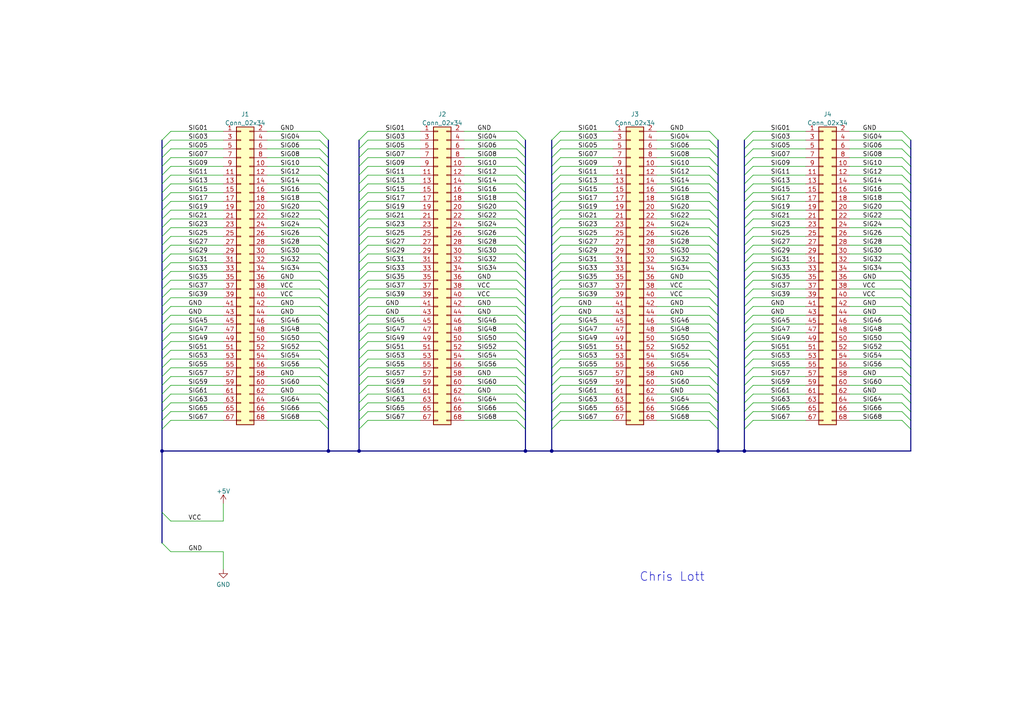
<source format=kicad_sch>
(kicad_sch (version 20211123) (generator eeschema)
  (paper "A4")
  (title_block (title "\\n\\nClover Computer\\nMotherboard\\nExplorations") (date "2022-08-21") (rev "-") (company "The Stumbler") (comment 2 "Schematic"))
  (junction (at 160.02 130.81))
  (junction (at 95.25 130.81))
  (junction (at 152.4 130.81))
  (junction (at 208.28 130.81))
  (junction (at 215.9 130.81))
  (junction (at 46.99 130.81))
  (junction (at 104.14 130.81))
  (bus_entry (at 152.4 116.84) (size -2.54 -2.54))
  (bus_entry (at 152.4 124.46) (size -2.54 -2.54))
  (bus_entry (at 46.99 50.8) (size 2.54 -2.54))
  (bus_entry (at 160.02 68.58) (size 2.54 -2.54))
  (bus_entry (at 152.4 121.92) (size -2.54 -2.54))
  (bus_entry (at 152.4 73.66) (size -2.54 -2.54))
  (bus_entry (at 160.02 58.42) (size 2.54 -2.54))
  (bus_entry (at 215.9 99.06) (size 2.54 -2.54))
  (bus_entry (at 264.16 48.26) (size -2.54 -2.54))
  (bus_entry (at 46.99 157.48) (size 2.54 2.54))
  (bus_entry (at 264.16 76.2) (size -2.54 -2.54))
  (bus_entry (at 95.25 58.42) (size -2.54 -2.54))
  (bus_entry (at 208.28 96.52) (size -2.54 -2.54))
  (bus_entry (at 95.25 93.98) (size -2.54 -2.54))
  (bus_entry (at 152.4 78.74) (size -2.54 -2.54))
  (bus_entry (at 160.02 99.06) (size 2.54 -2.54))
  (bus_entry (at 215.9 43.18) (size 2.54 -2.54))
  (bus_entry (at 46.99 78.74) (size 2.54 -2.54))
  (bus_entry (at 215.9 78.74) (size 2.54 -2.54))
  (bus_entry (at 46.99 91.44) (size 2.54 -2.54))
  (bus_entry (at 264.16 53.34) (size -2.54 -2.54))
  (bus_entry (at 215.9 106.68) (size 2.54 -2.54))
  (bus_entry (at 264.16 45.72) (size -2.54 -2.54))
  (bus_entry (at 160.02 101.6) (size 2.54 -2.54))
  (bus_entry (at 46.99 109.22) (size 2.54 -2.54))
  (bus_entry (at 264.16 73.66) (size -2.54 -2.54))
  (bus_entry (at 104.14 96.52) (size 2.54 -2.54))
  (bus_entry (at 104.14 53.34) (size 2.54 -2.54))
  (bus_entry (at 95.25 73.66) (size -2.54 -2.54))
  (bus_entry (at 152.4 111.76) (size -2.54 -2.54))
  (bus_entry (at 152.4 63.5) (size -2.54 -2.54))
  (bus_entry (at 215.9 81.28) (size 2.54 -2.54))
  (bus_entry (at 264.16 71.12) (size -2.54 -2.54))
  (bus_entry (at 152.4 66.04) (size -2.54 -2.54))
  (bus_entry (at 46.99 121.92) (size 2.54 -2.54))
  (bus_entry (at 208.28 119.38) (size -2.54 -2.54))
  (bus_entry (at 215.9 58.42) (size 2.54 -2.54))
  (bus_entry (at 46.99 86.36) (size 2.54 -2.54))
  (bus_entry (at 215.9 40.64) (size 2.54 -2.54))
  (bus_entry (at 160.02 71.12) (size 2.54 -2.54))
  (bus_entry (at 160.02 121.92) (size 2.54 -2.54))
  (bus_entry (at 46.99 48.26) (size 2.54 -2.54))
  (bus_entry (at 208.28 40.64) (size -2.54 -2.54))
  (bus_entry (at 152.4 81.28) (size -2.54 -2.54))
  (bus_entry (at 152.4 88.9) (size -2.54 -2.54))
  (bus_entry (at 46.99 99.06) (size 2.54 -2.54))
  (bus_entry (at 46.99 83.82) (size 2.54 -2.54))
  (bus_entry (at 95.25 86.36) (size -2.54 -2.54))
  (bus_entry (at 215.9 68.58) (size 2.54 -2.54))
  (bus_entry (at 152.4 93.98) (size -2.54 -2.54))
  (bus_entry (at 46.99 66.04) (size 2.54 -2.54))
  (bus_entry (at 46.99 96.52) (size 2.54 -2.54))
  (bus_entry (at 160.02 109.22) (size 2.54 -2.54))
  (bus_entry (at 264.16 91.44) (size -2.54 -2.54))
  (bus_entry (at 95.25 50.8) (size -2.54 -2.54))
  (bus_entry (at 208.28 71.12) (size -2.54 -2.54))
  (bus_entry (at 208.28 78.74) (size -2.54 -2.54))
  (bus_entry (at 104.14 99.06) (size 2.54 -2.54))
  (bus_entry (at 160.02 114.3) (size 2.54 -2.54))
  (bus_entry (at 104.14 40.64) (size 2.54 -2.54))
  (bus_entry (at 46.99 111.76) (size 2.54 -2.54))
  (bus_entry (at 208.28 91.44) (size -2.54 -2.54))
  (bus_entry (at 160.02 45.72) (size 2.54 -2.54))
  (bus_entry (at 104.14 45.72) (size 2.54 -2.54))
  (bus_entry (at 104.14 104.14) (size 2.54 -2.54))
  (bus_entry (at 104.14 116.84) (size 2.54 -2.54))
  (bus_entry (at 264.16 109.22) (size -2.54 -2.54))
  (bus_entry (at 152.4 76.2) (size -2.54 -2.54))
  (bus_entry (at 46.99 124.46) (size 2.54 -2.54))
  (bus_entry (at 160.02 63.5) (size 2.54 -2.54))
  (bus_entry (at 46.99 106.68) (size 2.54 -2.54))
  (bus_entry (at 152.4 43.18) (size -2.54 -2.54))
  (bus_entry (at 208.28 104.14) (size -2.54 -2.54))
  (bus_entry (at 104.14 88.9) (size 2.54 -2.54))
  (bus_entry (at 95.25 55.88) (size -2.54 -2.54))
  (bus_entry (at 215.9 91.44) (size 2.54 -2.54))
  (bus_entry (at 264.16 93.98) (size -2.54 -2.54))
  (bus_entry (at 104.14 124.46) (size 2.54 -2.54))
  (bus_entry (at 215.9 83.82) (size 2.54 -2.54))
  (bus_entry (at 208.28 81.28) (size -2.54 -2.54))
  (bus_entry (at 46.99 68.58) (size 2.54 -2.54))
  (bus_entry (at 264.16 124.46) (size -2.54 -2.54))
  (bus_entry (at 215.9 101.6) (size 2.54 -2.54))
  (bus_entry (at 208.28 101.6) (size -2.54 -2.54))
  (bus_entry (at 152.4 86.36) (size -2.54 -2.54))
  (bus_entry (at 104.14 55.88) (size 2.54 -2.54))
  (bus_entry (at 152.4 96.52) (size -2.54 -2.54))
  (bus_entry (at 215.9 45.72) (size 2.54 -2.54))
  (bus_entry (at 160.02 81.28) (size 2.54 -2.54))
  (bus_entry (at 95.25 68.58) (size -2.54 -2.54))
  (bus_entry (at 104.14 76.2) (size 2.54 -2.54))
  (bus_entry (at 95.25 78.74) (size -2.54 -2.54))
  (bus_entry (at 160.02 76.2) (size 2.54 -2.54))
  (bus_entry (at 95.25 83.82) (size -2.54 -2.54))
  (bus_entry (at 152.4 60.96) (size -2.54 -2.54))
  (bus_entry (at 46.99 148.59) (size 2.54 2.54))
  (bus_entry (at 264.16 116.84) (size -2.54 -2.54))
  (bus_entry (at 215.9 114.3) (size 2.54 -2.54))
  (bus_entry (at 264.16 60.96) (size -2.54 -2.54))
  (bus_entry (at 264.16 63.5) (size -2.54 -2.54))
  (bus_entry (at 95.25 121.92) (size -2.54 -2.54))
  (bus_entry (at 160.02 60.96) (size 2.54 -2.54))
  (bus_entry (at 95.25 124.46) (size -2.54 -2.54))
  (bus_entry (at 208.28 58.42) (size -2.54 -2.54))
  (bus_entry (at 152.4 91.44) (size -2.54 -2.54))
  (bus_entry (at 95.25 119.38) (size -2.54 -2.54))
  (bus_entry (at 208.28 55.88) (size -2.54 -2.54))
  (bus_entry (at 104.14 86.36) (size 2.54 -2.54))
  (bus_entry (at 208.28 99.06) (size -2.54 -2.54))
  (bus_entry (at 208.28 73.66) (size -2.54 -2.54))
  (bus_entry (at 95.25 106.68) (size -2.54 -2.54))
  (bus_entry (at 160.02 104.14) (size 2.54 -2.54))
  (bus_entry (at 104.14 68.58) (size 2.54 -2.54))
  (bus_entry (at 215.9 93.98) (size 2.54 -2.54))
  (bus_entry (at 264.16 104.14) (size -2.54 -2.54))
  (bus_entry (at 152.4 45.72) (size -2.54 -2.54))
  (bus_entry (at 104.14 101.6) (size 2.54 -2.54))
  (bus_entry (at 215.9 116.84) (size 2.54 -2.54))
  (bus_entry (at 152.4 99.06) (size -2.54 -2.54))
  (bus_entry (at 208.28 114.3) (size -2.54 -2.54))
  (bus_entry (at 160.02 53.34) (size 2.54 -2.54))
  (bus_entry (at 95.25 104.14) (size -2.54 -2.54))
  (bus_entry (at 264.16 66.04) (size -2.54 -2.54))
  (bus_entry (at 160.02 91.44) (size 2.54 -2.54))
  (bus_entry (at 160.02 43.18) (size 2.54 -2.54))
  (bus_entry (at 104.14 66.04) (size 2.54 -2.54))
  (bus_entry (at 215.9 50.8) (size 2.54 -2.54))
  (bus_entry (at 104.14 73.66) (size 2.54 -2.54))
  (bus_entry (at 104.14 93.98) (size 2.54 -2.54))
  (bus_entry (at 208.28 106.68) (size -2.54 -2.54))
  (bus_entry (at 95.25 109.22) (size -2.54 -2.54))
  (bus_entry (at 160.02 86.36) (size 2.54 -2.54))
  (bus_entry (at 264.16 50.8) (size -2.54 -2.54))
  (bus_entry (at 264.16 55.88) (size -2.54 -2.54))
  (bus_entry (at 46.99 93.98) (size 2.54 -2.54))
  (bus_entry (at 95.25 63.5) (size -2.54 -2.54))
  (bus_entry (at 152.4 40.64) (size -2.54 -2.54))
  (bus_entry (at 95.25 116.84) (size -2.54 -2.54))
  (bus_entry (at 95.25 111.76) (size -2.54 -2.54))
  (bus_entry (at 46.99 114.3) (size 2.54 -2.54))
  (bus_entry (at 264.16 119.38) (size -2.54 -2.54))
  (bus_entry (at 152.4 55.88) (size -2.54 -2.54))
  (bus_entry (at 104.14 48.26) (size 2.54 -2.54))
  (bus_entry (at 152.4 104.14) (size -2.54 -2.54))
  (bus_entry (at 160.02 48.26) (size 2.54 -2.54))
  (bus_entry (at 208.28 124.46) (size -2.54 -2.54))
  (bus_entry (at 95.25 40.64) (size -2.54 -2.54))
  (bus_entry (at 208.28 116.84) (size -2.54 -2.54))
  (bus_entry (at 95.25 48.26) (size -2.54 -2.54))
  (bus_entry (at 160.02 116.84) (size 2.54 -2.54))
  (bus_entry (at 152.4 50.8) (size -2.54 -2.54))
  (bus_entry (at 215.9 76.2) (size 2.54 -2.54))
  (bus_entry (at 95.25 53.34) (size -2.54 -2.54))
  (bus_entry (at 264.16 78.74) (size -2.54 -2.54))
  (bus_entry (at 215.9 63.5) (size 2.54 -2.54))
  (bus_entry (at 264.16 86.36) (size -2.54 -2.54))
  (bus_entry (at 46.99 43.18) (size 2.54 -2.54))
  (bus_entry (at 160.02 93.98) (size 2.54 -2.54))
  (bus_entry (at 208.28 60.96) (size -2.54 -2.54))
  (bus_entry (at 46.99 116.84) (size 2.54 -2.54))
  (bus_entry (at 264.16 88.9) (size -2.54 -2.54))
  (bus_entry (at 160.02 50.8) (size 2.54 -2.54))
  (bus_entry (at 104.14 109.22) (size 2.54 -2.54))
  (bus_entry (at 264.16 106.68) (size -2.54 -2.54))
  (bus_entry (at 264.16 81.28) (size -2.54 -2.54))
  (bus_entry (at 95.25 91.44) (size -2.54 -2.54))
  (bus_entry (at 208.28 43.18) (size -2.54 -2.54))
  (bus_entry (at 46.99 45.72) (size 2.54 -2.54))
  (bus_entry (at 104.14 91.44) (size 2.54 -2.54))
  (bus_entry (at 264.16 114.3) (size -2.54 -2.54))
  (bus_entry (at 152.4 114.3) (size -2.54 -2.54))
  (bus_entry (at 104.14 71.12) (size 2.54 -2.54))
  (bus_entry (at 46.99 40.64) (size 2.54 -2.54))
  (bus_entry (at 95.25 60.96) (size -2.54 -2.54))
  (bus_entry (at 152.4 106.68) (size -2.54 -2.54))
  (bus_entry (at 95.25 43.18) (size -2.54 -2.54))
  (bus_entry (at 95.25 45.72) (size -2.54 -2.54))
  (bus_entry (at 264.16 101.6) (size -2.54 -2.54))
  (bus_entry (at 215.9 88.9) (size 2.54 -2.54))
  (bus_entry (at 264.16 83.82) (size -2.54 -2.54))
  (bus_entry (at 95.25 96.52) (size -2.54 -2.54))
  (bus_entry (at 215.9 66.04) (size 2.54 -2.54))
  (bus_entry (at 104.14 60.96) (size 2.54 -2.54))
  (bus_entry (at 208.28 48.26) (size -2.54 -2.54))
  (bus_entry (at 264.16 121.92) (size -2.54 -2.54))
  (bus_entry (at 95.25 76.2) (size -2.54 -2.54))
  (bus_entry (at 46.99 63.5) (size 2.54 -2.54))
  (bus_entry (at 215.9 109.22) (size 2.54 -2.54))
  (bus_entry (at 208.28 88.9) (size -2.54 -2.54))
  (bus_entry (at 160.02 119.38) (size 2.54 -2.54))
  (bus_entry (at 46.99 101.6) (size 2.54 -2.54))
  (bus_entry (at 160.02 40.64) (size 2.54 -2.54))
  (bus_entry (at 104.14 83.82) (size 2.54 -2.54))
  (bus_entry (at 215.9 60.96) (size 2.54 -2.54))
  (bus_entry (at 95.25 81.28) (size -2.54 -2.54))
  (bus_entry (at 46.99 55.88) (size 2.54 -2.54))
  (bus_entry (at 46.99 73.66) (size 2.54 -2.54))
  (bus_entry (at 95.25 99.06) (size -2.54 -2.54))
  (bus_entry (at 208.28 45.72) (size -2.54 -2.54))
  (bus_entry (at 152.4 71.12) (size -2.54 -2.54))
  (bus_entry (at 104.14 63.5) (size 2.54 -2.54))
  (bus_entry (at 95.25 114.3) (size -2.54 -2.54))
  (bus_entry (at 160.02 83.82) (size 2.54 -2.54))
  (bus_entry (at 215.9 86.36) (size 2.54 -2.54))
  (bus_entry (at 208.28 50.8) (size -2.54 -2.54))
  (bus_entry (at 46.99 53.34) (size 2.54 -2.54))
  (bus_entry (at 152.4 119.38) (size -2.54 -2.54))
  (bus_entry (at 46.99 88.9) (size 2.54 -2.54))
  (bus_entry (at 46.99 71.12) (size 2.54 -2.54))
  (bus_entry (at 46.99 119.38) (size 2.54 -2.54))
  (bus_entry (at 104.14 106.68) (size 2.54 -2.54))
  (bus_entry (at 160.02 124.46) (size 2.54 -2.54))
  (bus_entry (at 208.28 83.82) (size -2.54 -2.54))
  (bus_entry (at 152.4 68.58) (size -2.54 -2.54))
  (bus_entry (at 264.16 96.52) (size -2.54 -2.54))
  (bus_entry (at 264.16 40.64) (size -2.54 -2.54))
  (bus_entry (at 152.4 48.26) (size -2.54 -2.54))
  (bus_entry (at 104.14 119.38) (size 2.54 -2.54))
  (bus_entry (at 104.14 50.8) (size 2.54 -2.54))
  (bus_entry (at 152.4 83.82) (size -2.54 -2.54))
  (bus_entry (at 208.28 66.04) (size -2.54 -2.54))
  (bus_entry (at 264.16 111.76) (size -2.54 -2.54))
  (bus_entry (at 104.14 78.74) (size 2.54 -2.54))
  (bus_entry (at 95.25 71.12) (size -2.54 -2.54))
  (bus_entry (at 46.99 58.42) (size 2.54 -2.54))
  (bus_entry (at 152.4 58.42) (size -2.54 -2.54))
  (bus_entry (at 208.28 93.98) (size -2.54 -2.54))
  (bus_entry (at 264.16 58.42) (size -2.54 -2.54))
  (bus_entry (at 104.14 121.92) (size 2.54 -2.54))
  (bus_entry (at 208.28 53.34) (size -2.54 -2.54))
  (bus_entry (at 160.02 55.88) (size 2.54 -2.54))
  (bus_entry (at 95.25 88.9) (size -2.54 -2.54))
  (bus_entry (at 264.16 68.58) (size -2.54 -2.54))
  (bus_entry (at 215.9 96.52) (size 2.54 -2.54))
  (bus_entry (at 95.25 101.6) (size -2.54 -2.54))
  (bus_entry (at 215.9 48.26) (size 2.54 -2.54))
  (bus_entry (at 215.9 53.34) (size 2.54 -2.54))
  (bus_entry (at 264.16 99.06) (size -2.54 -2.54))
  (bus_entry (at 208.28 121.92) (size -2.54 -2.54))
  (bus_entry (at 46.99 104.14) (size 2.54 -2.54))
  (bus_entry (at 95.25 66.04) (size -2.54 -2.54))
  (bus_entry (at 215.9 124.46) (size 2.54 -2.54))
  (bus_entry (at 208.28 111.76) (size -2.54 -2.54))
  (bus_entry (at 208.28 68.58) (size -2.54 -2.54))
  (bus_entry (at 215.9 73.66) (size 2.54 -2.54))
  (bus_entry (at 215.9 55.88) (size 2.54 -2.54))
  (bus_entry (at 152.4 109.22) (size -2.54 -2.54))
  (bus_entry (at 160.02 96.52) (size 2.54 -2.54))
  (bus_entry (at 208.28 76.2) (size -2.54 -2.54))
  (bus_entry (at 104.14 43.18) (size 2.54 -2.54))
  (bus_entry (at 215.9 71.12) (size 2.54 -2.54))
  (bus_entry (at 46.99 76.2) (size 2.54 -2.54))
  (bus_entry (at 215.9 111.76) (size 2.54 -2.54))
  (bus_entry (at 104.14 58.42) (size 2.54 -2.54))
  (bus_entry (at 215.9 121.92) (size 2.54 -2.54))
  (bus_entry (at 46.99 60.96) (size 2.54 -2.54))
  (bus_entry (at 46.99 81.28) (size 2.54 -2.54))
  (bus_entry (at 160.02 88.9) (size 2.54 -2.54))
  (bus_entry (at 215.9 119.38) (size 2.54 -2.54))
  (bus_entry (at 208.28 86.36) (size -2.54 -2.54))
  (bus_entry (at 215.9 104.14) (size 2.54 -2.54))
  (bus_entry (at 264.16 43.18) (size -2.54 -2.54))
  (bus_entry (at 104.14 111.76) (size 2.54 -2.54))
  (bus_entry (at 160.02 66.04) (size 2.54 -2.54))
  (bus_entry (at 160.02 106.68) (size 2.54 -2.54))
  (bus_entry (at 208.28 63.5) (size -2.54 -2.54))
  (bus_entry (at 208.28 109.22) (size -2.54 -2.54))
  (bus_entry (at 160.02 78.74) (size 2.54 -2.54))
  (bus_entry (at 104.14 114.3) (size 2.54 -2.54))
  (bus_entry (at 160.02 111.76) (size 2.54 -2.54))
  (bus_entry (at 152.4 53.34) (size -2.54 -2.54))
  (bus_entry (at 160.02 73.66) (size 2.54 -2.54))
  (bus_entry (at 152.4 101.6) (size -2.54 -2.54))
  (bus_entry (at 104.14 81.28) (size 2.54 -2.54))
  (wire (pts (xy 106.68 81.28) (xy 121.92 81.28)))
  (wire (pts (xy 218.44 111.76) (xy 233.68 111.76)))
  (bus (pts (xy 215.9 71.12) (xy 215.9 73.66)))
  (bus (pts (xy 215.9 55.88) (xy 215.9 58.42)))
  (wire (pts (xy 134.62 58.42) (xy 149.86 58.42)))
  (wire (pts (xy 218.44 66.04) (xy 233.68 66.04)))
  (wire (pts (xy 134.62 91.44) (xy 149.86 91.44)))
  (bus (pts (xy 95.25 114.3) (xy 95.25 116.84)))
  (wire (pts (xy 246.38 50.8) (xy 261.62 50.8)))
  (wire (pts (xy 106.68 119.38) (xy 121.92 119.38)))
  (bus (pts (xy 215.9 63.5) (xy 215.9 66.04)))
  (bus (pts (xy 104.14 86.36) (xy 104.14 88.9)))
  (wire (pts (xy 246.38 83.82) (xy 261.62 83.82)))
  (wire (pts (xy 162.56 53.34) (xy 177.8 53.34)))
  (bus (pts (xy 104.14 50.8) (xy 104.14 53.34)))
  (bus (pts (xy 160.02 114.3) (xy 160.02 116.84)))
  (wire (pts (xy 77.47 101.6) (xy 92.71 101.6)))
  (bus (pts (xy 208.28 106.68) (xy 208.28 109.22)))
  (bus (pts (xy 160.02 55.88) (xy 160.02 58.42)))
  (bus (pts (xy 264.16 81.28) (xy 264.16 83.82)))
  (wire (pts (xy 77.47 38.1) (xy 92.71 38.1)))
  (wire (pts (xy 134.62 101.6) (xy 149.86 101.6)))
  (bus (pts (xy 152.4 88.9) (xy 152.4 91.44)))
  (bus (pts (xy 104.14 81.28) (xy 104.14 83.82)))
  (bus (pts (xy 208.28 130.81) (xy 215.9 130.81)))
  (wire (pts (xy 49.53 58.42) (xy 64.77 58.42)))
  (wire (pts (xy 162.56 68.58) (xy 177.8 68.58)))
  (bus (pts (xy 104.14 104.14) (xy 104.14 106.68)))
  (wire (pts (xy 162.56 88.9) (xy 177.8 88.9)))
  (bus (pts (xy 264.16 73.66) (xy 264.16 76.2)))
  (bus (pts (xy 215.9 68.58) (xy 215.9 71.12)))
  (bus (pts (xy 46.99 71.12) (xy 46.99 73.66)))
  (bus (pts (xy 95.25 104.14) (xy 95.25 106.68)))
  (wire (pts (xy 106.68 83.82) (xy 121.92 83.82)))
  (bus (pts (xy 215.9 78.74) (xy 215.9 81.28)))
  (wire (pts (xy 246.38 40.64) (xy 261.62 40.64)))
  (bus (pts (xy 160.02 104.14) (xy 160.02 106.68)))
  (bus (pts (xy 208.28 53.34) (xy 208.28 55.88)))
  (wire (pts (xy 77.47 106.68) (xy 92.71 106.68)))
  (bus (pts (xy 104.14 78.74) (xy 104.14 81.28)))
  (bus (pts (xy 208.28 66.04) (xy 208.28 68.58)))
  (bus (pts (xy 208.28 60.96) (xy 208.28 63.5)))
  (wire (pts (xy 162.56 40.64) (xy 177.8 40.64)))
  (bus (pts (xy 152.4 130.81) (xy 160.02 130.81)))
  (wire (pts (xy 162.56 58.42) (xy 177.8 58.42)))
  (wire (pts (xy 218.44 114.3) (xy 233.68 114.3)))
  (wire (pts (xy 162.56 106.68) (xy 177.8 106.68)))
  (wire (pts (xy 64.77 160.02) (xy 64.77 165.1)))
  (bus (pts (xy 95.25 119.38) (xy 95.25 121.92)))
  (wire (pts (xy 134.62 53.34) (xy 149.86 53.34)))
  (wire (pts (xy 134.62 50.8) (xy 149.86 50.8)))
  (bus (pts (xy 160.02 130.81) (xy 208.28 130.81)))
  (bus (pts (xy 46.99 78.74) (xy 46.99 81.28)))
  (bus (pts (xy 208.28 40.64) (xy 208.28 43.18)))
  (bus (pts (xy 46.99 124.46) (xy 46.99 130.81)))
  (bus (pts (xy 152.4 109.22) (xy 152.4 111.76)))
  (bus (pts (xy 208.28 43.18) (xy 208.28 45.72)))
  (wire (pts (xy 106.68 106.68) (xy 121.92 106.68)))
  (wire (pts (xy 246.38 68.58) (xy 261.62 68.58)))
  (bus (pts (xy 208.28 109.22) (xy 208.28 111.76)))
  (wire (pts (xy 218.44 71.12) (xy 233.68 71.12)))
  (wire (pts (xy 218.44 86.36) (xy 233.68 86.36)))
  (wire (pts (xy 106.68 55.88) (xy 121.92 55.88)))
  (wire (pts (xy 162.56 76.2) (xy 177.8 76.2)))
  (bus (pts (xy 208.28 104.14) (xy 208.28 106.68)))
  (bus (pts (xy 264.16 63.5) (xy 264.16 66.04)))
  (wire (pts (xy 77.47 40.64) (xy 92.71 40.64)))
  (wire (pts (xy 246.38 53.34) (xy 261.62 53.34)))
  (wire (pts (xy 49.53 50.8) (xy 64.77 50.8)))
  (bus (pts (xy 160.02 91.44) (xy 160.02 93.98)))
  (bus (pts (xy 46.99 50.8) (xy 46.99 53.34)))
  (bus (pts (xy 264.16 43.18) (xy 264.16 45.72)))
  (wire (pts (xy 246.38 38.1) (xy 261.62 38.1)))
  (wire (pts (xy 190.5 114.3) (xy 205.74 114.3)))
  (wire (pts (xy 246.38 96.52) (xy 261.62 96.52)))
  (bus (pts (xy 95.25 93.98) (xy 95.25 96.52)))
  (bus (pts (xy 208.28 124.46) (xy 208.28 130.81)))
  (wire (pts (xy 106.68 45.72) (xy 121.92 45.72)))
  (wire (pts (xy 190.5 109.22) (xy 205.74 109.22)))
  (wire (pts (xy 246.38 43.18) (xy 261.62 43.18)))
  (bus (pts (xy 46.99 111.76) (xy 46.99 114.3)))
  (bus (pts (xy 152.4 63.5) (xy 152.4 66.04)))
  (wire (pts (xy 190.5 116.84) (xy 205.74 116.84)))
  (bus (pts (xy 160.02 40.64) (xy 160.02 43.18)))
  (wire (pts (xy 162.56 93.98) (xy 177.8 93.98)))
  (wire (pts (xy 77.47 66.04) (xy 92.71 66.04)))
  (wire (pts (xy 134.62 63.5) (xy 149.86 63.5)))
  (wire (pts (xy 190.5 111.76) (xy 205.74 111.76)))
  (bus (pts (xy 264.16 66.04) (xy 264.16 68.58)))
  (bus (pts (xy 264.16 60.96) (xy 264.16 63.5)))
  (wire (pts (xy 106.68 63.5) (xy 121.92 63.5)))
  (bus (pts (xy 264.16 53.34) (xy 264.16 55.88)))
  (wire (pts (xy 162.56 104.14) (xy 177.8 104.14)))
  (wire (pts (xy 218.44 68.58) (xy 233.68 68.58)))
  (wire (pts (xy 246.38 88.9) (xy 261.62 88.9)))
  (bus (pts (xy 215.9 116.84) (xy 215.9 119.38)))
  (wire (pts (xy 162.56 109.22) (xy 177.8 109.22)))
  (bus (pts (xy 46.99 60.96) (xy 46.99 63.5)))
  (wire (pts (xy 106.68 111.76) (xy 121.92 111.76)))
  (wire (pts (xy 190.5 71.12) (xy 205.74 71.12)))
  (wire (pts (xy 246.38 106.68) (xy 261.62 106.68)))
  (wire (pts (xy 134.62 121.92) (xy 149.86 121.92)))
  (bus (pts (xy 160.02 53.34) (xy 160.02 55.88)))
  (bus (pts (xy 264.16 106.68) (xy 264.16 109.22)))
  (wire (pts (xy 77.47 55.88) (xy 92.71 55.88)))
  (bus (pts (xy 160.02 50.8) (xy 160.02 53.34)))
  (bus (pts (xy 95.25 55.88) (xy 95.25 58.42)))
  (wire (pts (xy 190.5 83.82) (xy 205.74 83.82)))
  (wire (pts (xy 77.47 63.5) (xy 92.71 63.5)))
  (bus (pts (xy 95.25 106.68) (xy 95.25 109.22)))
  (wire (pts (xy 77.47 71.12) (xy 92.71 71.12)))
  (bus (pts (xy 264.16 111.76) (xy 264.16 114.3)))
  (wire (pts (xy 246.38 114.3) (xy 261.62 114.3)))
  (bus (pts (xy 95.25 45.72) (xy 95.25 48.26)))
  (wire (pts (xy 49.53 48.26) (xy 64.77 48.26)))
  (bus (pts (xy 152.4 48.26) (xy 152.4 50.8)))
  (bus (pts (xy 215.9 40.64) (xy 215.9 43.18)))
  (wire (pts (xy 246.38 45.72) (xy 261.62 45.72)))
  (bus (pts (xy 46.99 68.58) (xy 46.99 71.12)))
  (wire (pts (xy 134.62 119.38) (xy 149.86 119.38)))
  (wire (pts (xy 49.53 60.96) (xy 64.77 60.96)))
  (wire (pts (xy 218.44 91.44) (xy 233.68 91.44)))
  (bus (pts (xy 104.14 121.92) (xy 104.14 124.46)))
  (wire (pts (xy 77.47 78.74) (xy 92.71 78.74)))
  (bus (pts (xy 104.14 106.68) (xy 104.14 109.22)))
  (bus (pts (xy 160.02 83.82) (xy 160.02 86.36)))
  (wire (pts (xy 246.38 104.14) (xy 261.62 104.14)))
  (bus (pts (xy 95.25 68.58) (xy 95.25 71.12)))
  (bus (pts (xy 160.02 116.84) (xy 160.02 119.38)))
  (wire (pts (xy 218.44 55.88) (xy 233.68 55.88)))
  (wire (pts (xy 162.56 119.38) (xy 177.8 119.38)))
  (bus (pts (xy 215.9 104.14) (xy 215.9 106.68)))
  (wire (pts (xy 49.53 119.38) (xy 64.77 119.38)))
  (bus (pts (xy 46.99 91.44) (xy 46.99 93.98)))
  (wire (pts (xy 218.44 96.52) (xy 233.68 96.52)))
  (wire (pts (xy 218.44 101.6) (xy 233.68 101.6)))
  (bus (pts (xy 152.4 99.06) (xy 152.4 101.6)))
  (bus (pts (xy 215.9 93.98) (xy 215.9 96.52)))
  (wire (pts (xy 246.38 93.98) (xy 261.62 93.98)))
  (wire (pts (xy 218.44 63.5) (xy 233.68 63.5)))
  (wire (pts (xy 190.5 96.52) (xy 205.74 96.52)))
  (wire (pts (xy 162.56 114.3) (xy 177.8 114.3)))
  (bus (pts (xy 152.4 119.38) (xy 152.4 121.92)))
  (wire (pts (xy 246.38 55.88) (xy 261.62 55.88)))
  (bus (pts (xy 208.28 73.66) (xy 208.28 76.2)))
  (bus (pts (xy 215.9 50.8) (xy 215.9 53.34)))
  (wire (pts (xy 190.5 73.66) (xy 205.74 73.66)))
  (wire (pts (xy 106.68 96.52) (xy 121.92 96.52)))
  (wire (pts (xy 134.62 78.74) (xy 149.86 78.74)))
  (bus (pts (xy 160.02 73.66) (xy 160.02 76.2)))
  (bus (pts (xy 152.4 58.42) (xy 152.4 60.96)))
  (bus (pts (xy 104.14 68.58) (xy 104.14 71.12)))
  (bus (pts (xy 160.02 60.96) (xy 160.02 63.5)))
  (wire (pts (xy 134.62 99.06) (xy 149.86 99.06)))
  (wire (pts (xy 49.53 43.18) (xy 64.77 43.18)))
  (wire (pts (xy 64.77 146.05) (xy 64.77 151.13)))
  (wire (pts (xy 134.62 73.66) (xy 149.86 73.66)))
  (bus (pts (xy 104.14 114.3) (xy 104.14 116.84)))
  (wire (pts (xy 77.47 116.84) (xy 92.71 116.84)))
  (wire (pts (xy 77.47 99.06) (xy 92.71 99.06)))
  (bus (pts (xy 104.14 101.6) (xy 104.14 104.14)))
  (bus (pts (xy 152.4 86.36) (xy 152.4 88.9)))
  (bus (pts (xy 95.25 91.44) (xy 95.25 93.98)))
  (wire (pts (xy 218.44 45.72) (xy 233.68 45.72)))
  (bus (pts (xy 264.16 119.38) (xy 264.16 121.92)))
  (wire (pts (xy 106.68 91.44) (xy 121.92 91.44)))
  (bus (pts (xy 264.16 91.44) (xy 264.16 93.98)))
  (bus (pts (xy 160.02 63.5) (xy 160.02 66.04)))
  (wire (pts (xy 218.44 81.28) (xy 233.68 81.28)))
  (wire (pts (xy 77.47 73.66) (xy 92.71 73.66)))
  (wire (pts (xy 246.38 48.26) (xy 261.62 48.26)))
  (bus (pts (xy 46.99 48.26) (xy 46.99 50.8)))
  (bus (pts (xy 152.4 124.46) (xy 152.4 130.81)))
  (bus (pts (xy 215.9 66.04) (xy 215.9 68.58)))
  (bus (pts (xy 152.4 91.44) (xy 152.4 93.98)))
  (bus (pts (xy 208.28 78.74) (xy 208.28 81.28)))
  (wire (pts (xy 162.56 43.18) (xy 177.8 43.18)))
  (bus (pts (xy 264.16 48.26) (xy 264.16 50.8)))
  (bus (pts (xy 208.28 121.92) (xy 208.28 124.46)))
  (wire (pts (xy 190.5 91.44) (xy 205.74 91.44)))
  (bus (pts (xy 160.02 106.68) (xy 160.02 109.22)))
  (bus (pts (xy 152.4 101.6) (xy 152.4 104.14)))
  (wire (pts (xy 77.47 114.3) (xy 92.71 114.3)))
  (wire (pts (xy 77.47 76.2) (xy 92.71 76.2)))
  (bus (pts (xy 215.9 48.26) (xy 215.9 50.8)))
  (wire (pts (xy 162.56 63.5) (xy 177.8 63.5)))
  (wire (pts (xy 49.53 78.74) (xy 64.77 78.74)))
  (bus (pts (xy 208.28 71.12) (xy 208.28 73.66)))
  (wire (pts (xy 218.44 106.68) (xy 233.68 106.68)))
  (bus (pts (xy 215.9 60.96) (xy 215.9 63.5)))
  (bus (pts (xy 152.4 114.3) (xy 152.4 116.84)))
  (wire (pts (xy 49.53 63.5) (xy 64.77 63.5)))
  (wire (pts (xy 162.56 83.82) (xy 177.8 83.82)))
  (bus (pts (xy 160.02 68.58) (xy 160.02 71.12)))
  (bus (pts (xy 152.4 93.98) (xy 152.4 96.52)))
  (bus (pts (xy 264.16 50.8) (xy 264.16 53.34)))
  (bus (pts (xy 152.4 53.34) (xy 152.4 55.88)))
  (wire (pts (xy 49.53 106.68) (xy 64.77 106.68)))
  (bus (pts (xy 46.99 116.84) (xy 46.99 119.38)))
  (bus (pts (xy 104.14 45.72) (xy 104.14 48.26)))
  (wire (pts (xy 162.56 50.8) (xy 177.8 50.8)))
  (bus (pts (xy 208.28 111.76) (xy 208.28 114.3)))
  (bus (pts (xy 95.25 130.81) (xy 104.14 130.81)))
  (wire (pts (xy 49.53 151.13) (xy 64.77 151.13)))
  (bus (pts (xy 46.99 76.2) (xy 46.99 78.74)))
  (wire (pts (xy 106.68 38.1) (xy 121.92 38.1)))
  (wire (pts (xy 190.5 106.68) (xy 205.74 106.68)))
  (wire (pts (xy 190.5 66.04) (xy 205.74 66.04)))
  (bus (pts (xy 46.99 96.52) (xy 46.99 99.06)))
  (bus (pts (xy 95.25 99.06) (xy 95.25 101.6)))
  (bus (pts (xy 104.14 66.04) (xy 104.14 68.58)))
  (bus (pts (xy 104.14 96.52) (xy 104.14 99.06)))
  (wire (pts (xy 49.53 114.3) (xy 64.77 114.3)))
  (bus (pts (xy 152.4 45.72) (xy 152.4 48.26)))
  (bus (pts (xy 104.14 55.88) (xy 104.14 58.42)))
  (wire (pts (xy 134.62 88.9) (xy 149.86 88.9)))
  (wire (pts (xy 77.47 96.52) (xy 92.71 96.52)))
  (wire (pts (xy 190.5 99.06) (xy 205.74 99.06)))
  (wire (pts (xy 134.62 43.18) (xy 149.86 43.18)))
  (wire (pts (xy 190.5 76.2) (xy 205.74 76.2)))
  (bus (pts (xy 215.9 119.38) (xy 215.9 121.92)))
  (bus (pts (xy 104.14 119.38) (xy 104.14 121.92)))
  (bus (pts (xy 95.25 60.96) (xy 95.25 63.5)))
  (wire (pts (xy 77.47 68.58) (xy 92.71 68.58)))
  (wire (pts (xy 190.5 121.92) (xy 205.74 121.92)))
  (bus (pts (xy 160.02 121.92) (xy 160.02 124.46)))
  (bus (pts (xy 208.28 63.5) (xy 208.28 66.04)))
  (bus (pts (xy 152.4 60.96) (xy 152.4 63.5)))
  (bus (pts (xy 95.25 71.12) (xy 95.25 73.66)))
  (bus (pts (xy 152.4 121.92) (xy 152.4 124.46)))
  (wire (pts (xy 190.5 78.74) (xy 205.74 78.74)))
  (bus (pts (xy 46.99 148.59) (xy 46.99 157.48)))
  (bus (pts (xy 264.16 76.2) (xy 264.16 78.74)))
  (bus (pts (xy 95.25 40.64) (xy 95.25 43.18)))
  (wire (pts (xy 49.53 93.98) (xy 64.77 93.98)))
  (wire (pts (xy 49.53 40.64) (xy 64.77 40.64)))
  (wire (pts (xy 49.53 109.22) (xy 64.77 109.22)))
  (wire (pts (xy 218.44 73.66) (xy 233.68 73.66)))
  (wire (pts (xy 218.44 121.92) (xy 233.68 121.92)))
  (wire (pts (xy 134.62 93.98) (xy 149.86 93.98)))
  (bus (pts (xy 160.02 78.74) (xy 160.02 81.28)))
  (wire (pts (xy 106.68 93.98) (xy 121.92 93.98)))
  (wire (pts (xy 49.53 71.12) (xy 64.77 71.12)))
  (wire (pts (xy 218.44 76.2) (xy 233.68 76.2)))
  (bus (pts (xy 95.25 116.84) (xy 95.25 119.38)))
  (wire (pts (xy 190.5 88.9) (xy 205.74 88.9)))
  (bus (pts (xy 264.16 96.52) (xy 264.16 99.06)))
  (bus (pts (xy 152.4 104.14) (xy 152.4 106.68)))
  (wire (pts (xy 106.68 58.42) (xy 121.92 58.42)))
  (bus (pts (xy 95.25 124.46) (xy 95.25 130.81)))
  (wire (pts (xy 106.68 43.18) (xy 121.92 43.18)))
  (wire (pts (xy 77.47 119.38) (xy 92.71 119.38)))
  (bus (pts (xy 160.02 66.04) (xy 160.02 68.58)))
  (wire (pts (xy 246.38 66.04) (xy 261.62 66.04)))
  (wire (pts (xy 246.38 78.74) (xy 261.62 78.74)))
  (wire (pts (xy 134.62 116.84) (xy 149.86 116.84)))
  (wire (pts (xy 49.53 55.88) (xy 64.77 55.88)))
  (bus (pts (xy 160.02 99.06) (xy 160.02 101.6)))
  (wire (pts (xy 190.5 93.98) (xy 205.74 93.98)))
  (bus (pts (xy 104.14 76.2) (xy 104.14 78.74)))
  (bus (pts (xy 160.02 109.22) (xy 160.02 111.76)))
  (wire (pts (xy 190.5 48.26) (xy 205.74 48.26)))
  (bus (pts (xy 215.9 45.72) (xy 215.9 48.26)))
  (bus (pts (xy 104.14 48.26) (xy 104.14 50.8)))
  (wire (pts (xy 106.68 68.58) (xy 121.92 68.58)))
  (bus (pts (xy 104.14 93.98) (xy 104.14 96.52)))
  (bus (pts (xy 46.99 86.36) (xy 46.99 88.9)))
  (wire (pts (xy 77.47 83.82) (xy 92.71 83.82)))
  (wire (pts (xy 134.62 76.2) (xy 149.86 76.2)))
  (wire (pts (xy 246.38 71.12) (xy 261.62 71.12)))
  (bus (pts (xy 46.99 88.9) (xy 46.99 91.44)))
  (wire (pts (xy 162.56 99.06) (xy 177.8 99.06)))
  (bus (pts (xy 95.25 66.04) (xy 95.25 68.58)))
  (wire (pts (xy 49.53 121.92) (xy 64.77 121.92)))
  (bus (pts (xy 46.99 119.38) (xy 46.99 121.92)))
  (wire (pts (xy 106.68 50.8) (xy 121.92 50.8)))
  (bus (pts (xy 152.4 68.58) (xy 152.4 71.12)))
  (wire (pts (xy 134.62 86.36) (xy 149.86 86.36)))
  (wire (pts (xy 77.47 45.72) (xy 92.71 45.72)))
  (wire (pts (xy 162.56 101.6) (xy 177.8 101.6)))
  (bus (pts (xy 215.9 99.06) (xy 215.9 101.6)))
  (wire (pts (xy 49.53 99.06) (xy 64.77 99.06)))
  (wire (pts (xy 190.5 68.58) (xy 205.74 68.58)))
  (wire (pts (xy 162.56 116.84) (xy 177.8 116.84)))
  (bus (pts (xy 208.28 58.42) (xy 208.28 60.96)))
  (wire (pts (xy 77.47 109.22) (xy 92.71 109.22)))
  (bus (pts (xy 95.25 96.52) (xy 95.25 99.06)))
  (bus (pts (xy 208.28 99.06) (xy 208.28 101.6)))
  (wire (pts (xy 190.5 43.18) (xy 205.74 43.18)))
  (wire (pts (xy 49.53 45.72) (xy 64.77 45.72)))
  (bus (pts (xy 46.99 43.18) (xy 46.99 45.72)))
  (bus (pts (xy 46.99 40.64) (xy 46.99 43.18)))
  (wire (pts (xy 77.47 121.92) (xy 92.71 121.92)))
  (wire (pts (xy 190.5 50.8) (xy 205.74 50.8)))
  (bus (pts (xy 46.99 58.42) (xy 46.99 60.96)))
  (wire (pts (xy 106.68 116.84) (xy 121.92 116.84)))
  (bus (pts (xy 104.14 40.64) (xy 104.14 43.18)))
  (bus (pts (xy 208.28 55.88) (xy 208.28 58.42)))
  (wire (pts (xy 134.62 40.64) (xy 149.86 40.64)))
  (wire (pts (xy 218.44 93.98) (xy 233.68 93.98)))
  (bus (pts (xy 208.28 45.72) (xy 208.28 48.26)))
  (bus (pts (xy 208.28 96.52) (xy 208.28 99.06)))
  (bus (pts (xy 215.9 81.28) (xy 215.9 83.82)))
  (wire (pts (xy 77.47 81.28) (xy 92.71 81.28)))
  (bus (pts (xy 215.9 58.42) (xy 215.9 60.96)))
  (bus (pts (xy 215.9 53.34) (xy 215.9 55.88)))
  (wire (pts (xy 162.56 60.96) (xy 177.8 60.96)))
  (bus (pts (xy 104.14 124.46) (xy 104.14 130.81)))
  (bus (pts (xy 46.99 55.88) (xy 46.99 58.42)))
  (wire (pts (xy 218.44 78.74) (xy 233.68 78.74)))
  (bus (pts (xy 208.28 48.26) (xy 208.28 50.8)))
  (bus (pts (xy 208.28 116.84) (xy 208.28 119.38)))
  (wire (pts (xy 77.47 86.36) (xy 92.71 86.36)))
  (wire (pts (xy 190.5 40.64) (xy 205.74 40.64)))
  (wire (pts (xy 162.56 111.76) (xy 177.8 111.76)))
  (bus (pts (xy 215.9 121.92) (xy 215.9 124.46)))
  (wire (pts (xy 106.68 60.96) (xy 121.92 60.96)))
  (wire (pts (xy 134.62 55.88) (xy 149.86 55.88)))
  (bus (pts (xy 95.25 43.18) (xy 95.25 45.72)))
  (wire (pts (xy 246.38 109.22) (xy 261.62 109.22)))
  (wire (pts (xy 106.68 114.3) (xy 121.92 114.3)))
  (wire (pts (xy 162.56 73.66) (xy 177.8 73.66)))
  (bus (pts (xy 152.4 76.2) (xy 152.4 78.74)))
  (bus (pts (xy 215.9 91.44) (xy 215.9 93.98)))
  (wire (pts (xy 190.5 81.28) (xy 205.74 81.28)))
  (wire (pts (xy 106.68 48.26) (xy 121.92 48.26)))
  (bus (pts (xy 104.14 58.42) (xy 104.14 60.96)))
  (wire (pts (xy 190.5 104.14) (xy 205.74 104.14)))
  (wire (pts (xy 77.47 60.96) (xy 92.71 60.96)))
  (wire (pts (xy 162.56 45.72) (xy 177.8 45.72)))
  (bus (pts (xy 46.99 99.06) (xy 46.99 101.6)))
  (wire (pts (xy 106.68 76.2) (xy 121.92 76.2)))
  (bus (pts (xy 264.16 121.92) (xy 264.16 124.46)))
  (wire (pts (xy 134.62 81.28) (xy 149.86 81.28)))
  (bus (pts (xy 215.9 130.81) (xy 264.16 130.81)))
  (wire (pts (xy 106.68 109.22) (xy 121.92 109.22)))
  (bus (pts (xy 46.99 83.82) (xy 46.99 86.36)))
  (bus (pts (xy 264.16 55.88) (xy 264.16 58.42)))
  (wire (pts (xy 190.5 101.6) (xy 205.74 101.6)))
  (bus (pts (xy 104.14 111.76) (xy 104.14 114.3)))
  (bus (pts (xy 95.25 111.76) (xy 95.25 114.3)))
  (bus (pts (xy 264.16 104.14) (xy 264.16 106.68)))
  (bus (pts (xy 46.99 130.81) (xy 46.99 148.59)))
  (bus (pts (xy 46.99 130.81) (xy 95.25 130.81)))
  (wire (pts (xy 134.62 104.14) (xy 149.86 104.14)))
  (bus (pts (xy 215.9 114.3) (xy 215.9 116.84)))
  (bus (pts (xy 208.28 119.38) (xy 208.28 121.92)))
  (bus (pts (xy 95.25 53.34) (xy 95.25 55.88)))
  (bus (pts (xy 152.4 96.52) (xy 152.4 99.06)))
  (wire (pts (xy 77.47 58.42) (xy 92.71 58.42)))
  (wire (pts (xy 77.47 48.26) (xy 92.71 48.26)))
  (wire (pts (xy 218.44 50.8) (xy 233.68 50.8)))
  (bus (pts (xy 215.9 83.82) (xy 215.9 86.36)))
  (wire (pts (xy 134.62 68.58) (xy 149.86 68.58)))
  (wire (pts (xy 218.44 104.14) (xy 233.68 104.14)))
  (wire (pts (xy 246.38 111.76) (xy 261.62 111.76)))
  (wire (pts (xy 134.62 71.12) (xy 149.86 71.12)))
  (bus (pts (xy 264.16 83.82) (xy 264.16 86.36)))
  (bus (pts (xy 46.99 81.28) (xy 46.99 83.82)))
  (wire (pts (xy 246.38 76.2) (xy 261.62 76.2)))
  (wire (pts (xy 218.44 38.1) (xy 233.68 38.1)))
  (bus (pts (xy 95.25 76.2) (xy 95.25 78.74)))
  (wire (pts (xy 134.62 48.26) (xy 149.86 48.26)))
  (wire (pts (xy 246.38 73.66) (xy 261.62 73.66)))
  (bus (pts (xy 215.9 111.76) (xy 215.9 114.3)))
  (wire (pts (xy 134.62 83.82) (xy 149.86 83.82)))
  (wire (pts (xy 190.5 38.1) (xy 205.74 38.1)))
  (wire (pts (xy 246.38 81.28) (xy 261.62 81.28)))
  (wire (pts (xy 190.5 63.5) (xy 205.74 63.5)))
  (wire (pts (xy 162.56 81.28) (xy 177.8 81.28)))
  (bus (pts (xy 160.02 45.72) (xy 160.02 48.26)))
  (wire (pts (xy 162.56 91.44) (xy 177.8 91.44)))
  (wire (pts (xy 218.44 116.84) (xy 233.68 116.84)))
  (wire (pts (xy 134.62 66.04) (xy 149.86 66.04)))
  (wire (pts (xy 190.5 86.36) (xy 205.74 86.36)))
  (wire (pts (xy 190.5 55.88) (xy 205.74 55.88)))
  (bus (pts (xy 46.99 45.72) (xy 46.99 48.26)))
  (wire (pts (xy 134.62 60.96) (xy 149.86 60.96)))
  (wire (pts (xy 49.53 104.14) (xy 64.77 104.14)))
  (wire (pts (xy 162.56 71.12) (xy 177.8 71.12)))
  (wire (pts (xy 218.44 58.42) (xy 233.68 58.42)))
  (bus (pts (xy 95.25 121.92) (xy 95.25 124.46)))
  (wire (pts (xy 218.44 119.38) (xy 233.68 119.38)))
  (wire (pts (xy 49.53 68.58) (xy 64.77 68.58)))
  (wire (pts (xy 49.53 160.02) (xy 64.77 160.02)))
  (bus (pts (xy 160.02 88.9) (xy 160.02 91.44)))
  (wire (pts (xy 190.5 60.96) (xy 205.74 60.96)))
  (bus (pts (xy 104.14 83.82) (xy 104.14 86.36)))
  (wire (pts (xy 49.53 101.6) (xy 64.77 101.6)))
  (bus (pts (xy 46.99 53.34) (xy 46.99 55.88)))
  (bus (pts (xy 152.4 55.88) (xy 152.4 58.42)))
  (wire (pts (xy 49.53 53.34) (xy 64.77 53.34)))
  (bus (pts (xy 160.02 124.46) (xy 160.02 130.81)))
  (wire (pts (xy 218.44 99.06) (xy 233.68 99.06)))
  (bus (pts (xy 215.9 88.9) (xy 215.9 91.44)))
  (bus (pts (xy 104.14 53.34) (xy 104.14 55.88)))
  (bus (pts (xy 160.02 119.38) (xy 160.02 121.92)))
  (wire (pts (xy 218.44 48.26) (xy 233.68 48.26)))
  (wire (pts (xy 218.44 43.18) (xy 233.68 43.18)))
  (bus (pts (xy 160.02 96.52) (xy 160.02 99.06)))
  (wire (pts (xy 49.53 38.1) (xy 64.77 38.1)))
  (bus (pts (xy 152.4 66.04) (xy 152.4 68.58)))
  (bus (pts (xy 160.02 93.98) (xy 160.02 96.52)))
  (wire (pts (xy 218.44 83.82) (xy 233.68 83.82)))
  (bus (pts (xy 160.02 101.6) (xy 160.02 104.14)))
  (bus (pts (xy 152.4 43.18) (xy 152.4 45.72)))
  (wire (pts (xy 190.5 119.38) (xy 205.74 119.38)))
  (wire (pts (xy 49.53 76.2) (xy 64.77 76.2)))
  (bus (pts (xy 264.16 58.42) (xy 264.16 60.96)))
  (bus (pts (xy 264.16 101.6) (xy 264.16 104.14)))
  (bus (pts (xy 208.28 88.9) (xy 208.28 91.44)))
  (bus (pts (xy 208.28 68.58) (xy 208.28 71.12)))
  (bus (pts (xy 160.02 43.18) (xy 160.02 45.72)))
  (wire (pts (xy 77.47 88.9) (xy 92.71 88.9)))
  (wire (pts (xy 246.38 91.44) (xy 261.62 91.44)))
  (wire (pts (xy 106.68 88.9) (xy 121.92 88.9)))
  (bus (pts (xy 104.14 73.66) (xy 104.14 76.2)))
  (wire (pts (xy 106.68 73.66) (xy 121.92 73.66)))
  (bus (pts (xy 46.99 114.3) (xy 46.99 116.84)))
  (wire (pts (xy 49.53 96.52) (xy 64.77 96.52)))
  (bus (pts (xy 160.02 76.2) (xy 160.02 78.74)))
  (bus (pts (xy 160.02 81.28) (xy 160.02 83.82)))
  (bus (pts (xy 95.25 88.9) (xy 95.25 91.44)))
  (bus (pts (xy 46.99 73.66) (xy 46.99 76.2)))
  (bus (pts (xy 215.9 76.2) (xy 215.9 78.74)))
  (wire (pts (xy 162.56 55.88) (xy 177.8 55.88)))
  (bus (pts (xy 152.4 78.74) (xy 152.4 81.28)))
  (bus (pts (xy 264.16 116.84) (xy 264.16 119.38)))
  (bus (pts (xy 95.25 101.6) (xy 95.25 104.14)))
  (wire (pts (xy 106.68 99.06) (xy 121.92 99.06)))
  (bus (pts (xy 95.25 50.8) (xy 95.25 53.34)))
  (bus (pts (xy 264.16 99.06) (xy 264.16 101.6)))
  (bus (pts (xy 264.16 124.46) (xy 264.16 130.81)))
  (wire (pts (xy 77.47 53.34) (xy 92.71 53.34)))
  (bus (pts (xy 104.14 71.12) (xy 104.14 73.66)))
  (bus (pts (xy 264.16 68.58) (xy 264.16 71.12)))
  (wire (pts (xy 106.68 53.34) (xy 121.92 53.34)))
  (bus (pts (xy 215.9 124.46) (xy 215.9 130.81)))
  (bus (pts (xy 46.99 109.22) (xy 46.99 111.76)))
  (wire (pts (xy 246.38 63.5) (xy 261.62 63.5)))
  (bus (pts (xy 104.14 130.81) (xy 152.4 130.81)))
  (wire (pts (xy 134.62 106.68) (xy 149.86 106.68)))
  (bus (pts (xy 264.16 93.98) (xy 264.16 96.52)))
  (bus (pts (xy 215.9 96.52) (xy 215.9 99.06)))
  (bus (pts (xy 152.4 73.66) (xy 152.4 76.2)))
  (bus (pts (xy 46.99 104.14) (xy 46.99 106.68)))
  (bus (pts (xy 104.14 88.9) (xy 104.14 91.44)))
  (wire (pts (xy 106.68 40.64) (xy 121.92 40.64)))
  (wire (pts (xy 49.53 73.66) (xy 64.77 73.66)))
  (wire (pts (xy 162.56 96.52) (xy 177.8 96.52)))
  (wire (pts (xy 162.56 78.74) (xy 177.8 78.74)))
  (wire (pts (xy 106.68 121.92) (xy 121.92 121.92)))
  (bus (pts (xy 208.28 81.28) (xy 208.28 83.82)))
  (bus (pts (xy 208.28 114.3) (xy 208.28 116.84)))
  (wire (pts (xy 134.62 45.72) (xy 149.86 45.72)))
  (wire (pts (xy 190.5 53.34) (xy 205.74 53.34)))
  (bus (pts (xy 215.9 43.18) (xy 215.9 45.72)))
  (bus (pts (xy 208.28 86.36) (xy 208.28 88.9)))
  (wire (pts (xy 190.5 45.72) (xy 205.74 45.72)))
  (wire (pts (xy 106.68 86.36) (xy 121.92 86.36)))
  (bus (pts (xy 208.28 93.98) (xy 208.28 96.52)))
  (wire (pts (xy 49.53 86.36) (xy 64.77 86.36)))
  (bus (pts (xy 264.16 40.64) (xy 264.16 43.18)))
  (bus (pts (xy 264.16 45.72) (xy 264.16 48.26)))
  (bus (pts (xy 264.16 78.74) (xy 264.16 81.28)))
  (wire (pts (xy 218.44 40.64) (xy 233.68 40.64)))
  (wire (pts (xy 134.62 109.22) (xy 149.86 109.22)))
  (bus (pts (xy 215.9 73.66) (xy 215.9 76.2)))
  (bus (pts (xy 95.25 73.66) (xy 95.25 76.2)))
  (wire (pts (xy 134.62 38.1) (xy 149.86 38.1)))
  (bus (pts (xy 104.14 99.06) (xy 104.14 101.6)))
  (wire (pts (xy 162.56 121.92) (xy 177.8 121.92)))
  (bus (pts (xy 95.25 58.42) (xy 95.25 60.96)))
  (wire (pts (xy 246.38 86.36) (xy 261.62 86.36)))
  (wire (pts (xy 162.56 86.36) (xy 177.8 86.36)))
  (wire (pts (xy 49.53 81.28) (xy 64.77 81.28)))
  (bus (pts (xy 95.25 48.26) (xy 95.25 50.8)))
  (wire (pts (xy 246.38 119.38) (xy 261.62 119.38)))
  (wire (pts (xy 106.68 66.04) (xy 121.92 66.04)))
  (wire (pts (xy 162.56 66.04) (xy 177.8 66.04)))
  (wire (pts (xy 246.38 121.92) (xy 261.62 121.92)))
  (bus (pts (xy 160.02 111.76) (xy 160.02 114.3)))
  (wire (pts (xy 106.68 78.74) (xy 121.92 78.74)))
  (wire (pts (xy 49.53 66.04) (xy 64.77 66.04)))
  (bus (pts (xy 104.14 43.18) (xy 104.14 45.72)))
  (bus (pts (xy 95.25 109.22) (xy 95.25 111.76)))
  (bus (pts (xy 152.4 106.68) (xy 152.4 109.22)))
  (wire (pts (xy 77.47 104.14) (xy 92.71 104.14)))
  (bus (pts (xy 160.02 58.42) (xy 160.02 60.96)))
  (bus (pts (xy 95.25 81.28) (xy 95.25 83.82)))
  (bus (pts (xy 46.99 63.5) (xy 46.99 66.04)))
  (wire (pts (xy 49.53 83.82) (xy 64.77 83.82)))
  (wire (pts (xy 162.56 48.26) (xy 177.8 48.26)))
  (bus (pts (xy 208.28 83.82) (xy 208.28 86.36)))
  (wire (pts (xy 106.68 104.14) (xy 121.92 104.14)))
  (bus (pts (xy 152.4 71.12) (xy 152.4 73.66)))
  (bus (pts (xy 95.25 63.5) (xy 95.25 66.04)))
  (wire (pts (xy 77.47 93.98) (xy 92.71 93.98)))
  (bus (pts (xy 152.4 50.8) (xy 152.4 53.34)))
  (bus (pts (xy 152.4 83.82) (xy 152.4 86.36)))
  (bus (pts (xy 208.28 50.8) (xy 208.28 53.34)))
  (bus (pts (xy 46.99 121.92) (xy 46.99 124.46)))
  (wire (pts (xy 218.44 53.34) (xy 233.68 53.34)))
  (bus (pts (xy 208.28 91.44) (xy 208.28 93.98)))
  (bus (pts (xy 264.16 109.22) (xy 264.16 111.76)))
  (bus (pts (xy 264.16 88.9) (xy 264.16 91.44)))
  (bus (pts (xy 46.99 93.98) (xy 46.99 96.52)))
  (bus (pts (xy 46.99 101.6) (xy 46.99 104.14)))
  (wire (pts (xy 246.38 99.06) (xy 261.62 99.06)))
  (bus (pts (xy 104.14 60.96) (xy 104.14 63.5)))
  (wire (pts (xy 77.47 91.44) (xy 92.71 91.44)))
  (wire (pts (xy 218.44 60.96) (xy 233.68 60.96)))
  (bus (pts (xy 104.14 63.5) (xy 104.14 66.04)))
  (bus (pts (xy 46.99 66.04) (xy 46.99 68.58)))
  (bus (pts (xy 104.14 116.84) (xy 104.14 119.38)))
  (wire (pts (xy 134.62 114.3) (xy 149.86 114.3)))
  (wire (pts (xy 134.62 111.76) (xy 149.86 111.76)))
  (bus (pts (xy 152.4 40.64) (xy 152.4 43.18)))
  (bus (pts (xy 215.9 106.68) (xy 215.9 109.22)))
  (wire (pts (xy 190.5 58.42) (xy 205.74 58.42)))
  (bus (pts (xy 264.16 86.36) (xy 264.16 88.9)))
  (wire (pts (xy 77.47 111.76) (xy 92.71 111.76)))
  (wire (pts (xy 106.68 71.12) (xy 121.92 71.12)))
  (wire (pts (xy 246.38 58.42) (xy 261.62 58.42)))
  (bus (pts (xy 46.99 106.68) (xy 46.99 109.22)))
  (bus (pts (xy 208.28 101.6) (xy 208.28 104.14)))
  (wire (pts (xy 134.62 96.52) (xy 149.86 96.52)))
  (bus (pts (xy 215.9 86.36) (xy 215.9 88.9)))
  (bus (pts (xy 95.25 83.82) (xy 95.25 86.36)))
  (wire (pts (xy 218.44 88.9) (xy 233.68 88.9)))
  (bus (pts (xy 264.16 71.12) (xy 264.16 73.66)))
  (bus (pts (xy 152.4 111.76) (xy 152.4 114.3)))
  (bus (pts (xy 160.02 71.12) (xy 160.02 73.66)))
  (bus (pts (xy 152.4 81.28) (xy 152.4 83.82)))
  (bus (pts (xy 160.02 86.36) (xy 160.02 88.9)))
  (bus (pts (xy 95.25 86.36) (xy 95.25 88.9)))
  (wire (pts (xy 218.44 109.22) (xy 233.68 109.22)))
  (wire (pts (xy 49.53 111.76) (xy 64.77 111.76)))
  (wire (pts (xy 246.38 101.6) (xy 261.62 101.6)))
  (bus (pts (xy 264.16 114.3) (xy 264.16 116.84)))
  (wire (pts (xy 162.56 38.1) (xy 177.8 38.1)))
  (wire (pts (xy 49.53 88.9) (xy 64.77 88.9)))
  (wire (pts (xy 77.47 50.8) (xy 92.71 50.8)))
  (wire (pts (xy 246.38 116.84) (xy 261.62 116.84)))
  (bus (pts (xy 104.14 109.22) (xy 104.14 111.76)))
  (bus (pts (xy 215.9 101.6) (xy 215.9 104.14)))
  (wire (pts (xy 77.47 43.18) (xy 92.71 43.18)))
  (wire (pts (xy 49.53 91.44) (xy 64.77 91.44)))
  (wire (pts (xy 246.38 60.96) (xy 261.62 60.96)))
  (bus (pts (xy 160.02 48.26) (xy 160.02 50.8)))
  (bus (pts (xy 104.14 91.44) (xy 104.14 93.98)))
  (bus (pts (xy 152.4 116.84) (xy 152.4 119.38)))
  (wire (pts (xy 49.53 116.84) (xy 64.77 116.84)))
  (wire (pts (xy 106.68 101.6) (xy 121.92 101.6)))
  (bus (pts (xy 95.25 78.74) (xy 95.25 81.28)))
  (bus (pts (xy 208.28 76.2) (xy 208.28 78.74)))
  (bus (pts (xy 215.9 109.22) (xy 215.9 111.76)))
  (text "Chris Lott" (at 185.42 168.91 0) (effects (font (size 2.54 2.54)) (justify left bottom)))
  (label "SIG52" (at 81.28 101.6 0))
  (label "GND" (at 81.28 88.9 0))
  (label "SIG60" (at 194.31 111.76 0))
  (label "SIG60" (at 250.19 111.76 0))
  (label "SIG37" (at 111.76 83.82 0))
  (label "SIG54" (at 138.43 104.14 0))
  (label "SIG33" (at 167.64 78.74 0))
  (label "SIG20" (at 138.43 60.96 0))
  (label "SIG32" (at 194.31 76.2 0))
  (label "VCC" (at 81.28 83.82 0))
  (label "GND" (at 54.61 88.9 0))
  (label "SIG04" (at 81.28 40.64 0))
  (label "SIG18" (at 194.31 58.42 0))
  (label "SIG54" (at 81.28 104.14 0))
  (label "SIG23" (at 167.64 66.04 0))
  (label "SIG05" (at 54.61 43.18 0))
  (label "SIG64" (at 250.19 116.84 0))
  (label "SIG22" (at 81.28 63.5 0))
  (label "VCC" (at 250.19 83.82 0))
  (label "SIG63" (at 111.76 116.84 0))
  (label "SIG51" (at 223.52 101.6 0))
  (label "SIG20" (at 81.28 60.96 0))
  (label "SIG12" (at 250.19 50.8 0))
  (label "SIG52" (at 250.19 101.6 0))
  (label "SIG03" (at 111.76 40.64 0))
  (label "SIG29" (at 54.61 73.66 0))
  (label "SIG47" (at 54.61 96.52 0))
  (label "SIG51" (at 54.61 101.6 0))
  (label "SIG64" (at 81.28 116.84 0))
  (label "SIG29" (at 167.64 73.66 0))
  (label "SIG53" (at 111.76 104.14 0))
  (label "SIG60" (at 81.28 111.76 0))
  (label "SIG20" (at 194.31 60.96 0))
  (label "SIG64" (at 138.43 116.84 0))
  (label "SIG64" (at 194.31 116.84 0))
  (label "SIG56" (at 138.43 106.68 0))
  (label "GND" (at 111.76 91.44 0))
  (label "SIG12" (at 138.43 50.8 0))
  (label "SIG05" (at 167.64 43.18 0))
  (label "SIG33" (at 54.61 78.74 0))
  (label "SIG32" (at 138.43 76.2 0))
  (label "SIG13" (at 167.64 53.34 0))
  (label "SIG61" (at 111.76 114.3 0))
  (label "SIG46" (at 81.28 93.98 0))
  (label "GND" (at 138.43 91.44 0))
  (label "SIG11" (at 223.52 50.8 0))
  (label "SIG45" (at 167.64 93.98 0))
  (label "SIG32" (at 250.19 76.2 0))
  (label "SIG20" (at 250.19 60.96 0))
  (label "SIG10" (at 194.31 48.26 0))
  (label "SIG19" (at 223.52 60.96 0))
  (label "SIG48" (at 81.28 96.52 0))
  (label "SIG34" (at 250.19 78.74 0))
  (label "SIG67" (at 167.64 121.92 0))
  (label "SIG35" (at 54.61 81.28 0))
  (label "GND" (at 223.52 91.44 0))
  (label "SIG23" (at 111.76 66.04 0))
  (label "SIG34" (at 81.28 78.74 0))
  (label "SIG18" (at 81.28 58.42 0))
  (label "SIG56" (at 194.31 106.68 0))
  (label "SIG35" (at 223.52 81.28 0))
  (label "SIG07" (at 223.52 45.72 0))
  (label "SIG63" (at 167.64 116.84 0))
  (label "SIG45" (at 223.52 93.98 0))
  (label "SIG52" (at 194.31 101.6 0))
  (label "GND" (at 194.31 38.1 0))
  (label "SIG47" (at 111.76 96.52 0))
  (label "SIG06" (at 138.43 43.18 0))
  (label "SIG03" (at 167.64 40.64 0))
  (label "SIG29" (at 111.76 73.66 0))
  (label "SIG01" (at 111.76 38.1 0))
  (label "SIG50" (at 81.28 99.06 0))
  (label "SIG27" (at 111.76 71.12 0))
  (label "SIG50" (at 138.43 99.06 0))
  (label "SIG11" (at 54.61 50.8 0))
  (label "SIG05" (at 223.52 43.18 0))
  (label "SIG67" (at 54.61 121.92 0))
  (label "GND" (at 111.76 88.9 0))
  (label "GND" (at 250.19 114.3 0))
  (label "GND" (at 138.43 114.3 0))
  (label "SIG56" (at 81.28 106.68 0))
  (label "SIG22" (at 138.43 63.5 0))
  (label "SIG47" (at 167.64 96.52 0))
  (label "SIG27" (at 167.64 71.12 0))
  (label "SIG15" (at 54.61 55.88 0))
  (label "SIG08" (at 250.19 45.72 0))
  (label "GND" (at 81.28 81.28 0))
  (label "GND" (at 138.43 81.28 0))
  (label "SIG04" (at 194.31 40.64 0))
  (label "SIG37" (at 223.52 83.82 0))
  (label "SIG61" (at 223.52 114.3 0))
  (label "VCC" (at 81.28 86.36 0))
  (label "SIG14" (at 250.19 53.34 0))
  (label "SIG54" (at 194.31 104.14 0))
  (label "VCC" (at 194.31 86.36 0))
  (label "SIG13" (at 111.76 53.34 0))
  (label "SIG14" (at 81.28 53.34 0))
  (label "SIG21" (at 54.61 63.5 0))
  (label "SIG56" (at 250.19 106.68 0))
  (label "SIG47" (at 223.52 96.52 0))
  (label "SIG30" (at 250.19 73.66 0))
  (label "SIG04" (at 250.19 40.64 0))
  (label "SIG25" (at 111.76 68.58 0))
  (label "GND" (at 194.31 91.44 0))
  (label "SIG11" (at 111.76 50.8 0))
  (label "SIG06" (at 194.31 43.18 0))
  (label "SIG22" (at 194.31 63.5 0))
  (label "SIG65" (at 223.52 119.38 0))
  (label "SIG26" (at 138.43 68.58 0))
  (label "SIG17" (at 111.76 58.42 0))
  (label "SIG59" (at 167.64 111.76 0))
  (label "SIG48" (at 250.19 96.52 0))
  (label "SIG46" (at 250.19 93.98 0))
  (label "SIG01" (at 167.64 38.1 0))
  (label "SIG35" (at 111.76 81.28 0))
  (label "SIG31" (at 111.76 76.2 0))
  (label "SIG30" (at 81.28 73.66 0))
  (label "SIG01" (at 54.61 38.1 0))
  (label "SIG12" (at 81.28 50.8 0))
  (label "SIG19" (at 54.61 60.96 0))
  (label "SIG10" (at 138.43 48.26 0))
  (label "SIG39" (at 167.64 86.36 0))
  (label "GND" (at 223.52 88.9 0))
  (label "SIG06" (at 250.19 43.18 0))
  (label "SIG17" (at 54.61 58.42 0))
  (label "SIG31" (at 54.61 76.2 0))
  (label "GND" (at 81.28 91.44 0))
  (label "SIG05" (at 111.76 43.18 0))
  (label "SIG01" (at 223.52 38.1 0))
  (label "SIG57" (at 223.52 109.22 0))
  (label "SIG45" (at 54.61 93.98 0))
  (label "SIG09" (at 167.64 48.26 0))
  (label "GND" (at 54.61 160.02 0))
  (label "SIG48" (at 138.43 96.52 0))
  (label "SIG51" (at 167.64 101.6 0))
  (label "SIG09" (at 54.61 48.26 0))
  (label "SIG18" (at 138.43 58.42 0))
  (label "SIG66" (at 194.31 119.38 0))
  (label "SIG55" (at 167.64 106.68 0))
  (label "GND" (at 54.61 91.44 0))
  (label "SIG51" (at 111.76 101.6 0))
  (label "GND" (at 194.31 109.22 0))
  (label "SIG61" (at 54.61 114.3 0))
  (label "SIG10" (at 250.19 48.26 0))
  (label "SIG48" (at 194.31 96.52 0))
  (label "SIG28" (at 138.43 71.12 0))
  (label "SIG14" (at 194.31 53.34 0))
  (label "SIG46" (at 194.31 93.98 0))
  (label "GND" (at 167.64 88.9 0))
  (label "SIG23" (at 223.52 66.04 0))
  (label "GND" (at 81.28 109.22 0))
  (label "SIG16" (at 81.28 55.88 0))
  (label "GND" (at 250.19 88.9 0))
  (label "SIG61" (at 167.64 114.3 0))
  (label "SIG06" (at 81.28 43.18 0))
  (label "SIG57" (at 167.64 109.22 0))
  (label "SIG59" (at 54.61 111.76 0))
  (label "SIG03" (at 223.52 40.64 0))
  (label "SIG37" (at 167.64 83.82 0))
  (label "SIG57" (at 111.76 109.22 0))
  (label "SIG39" (at 54.61 86.36 0))
  (label "GND" (at 138.43 88.9 0))
  (label "VCC" (at 250.19 86.36 0))
  (label "SIG15" (at 111.76 55.88 0))
  (label "GND" (at 194.31 88.9 0))
  (label "SIG68" (at 194.31 121.92 0))
  (label "SIG26" (at 194.31 68.58 0))
  (label "SIG65" (at 54.61 119.38 0))
  (label "SIG19" (at 111.76 60.96 0))
  (label "SIG23" (at 54.61 66.04 0))
  (label "SIG07" (at 111.76 45.72 0))
  (label "SIG18" (at 250.19 58.42 0))
  (label "SIG14" (at 138.43 53.34 0))
  (label "SIG65" (at 111.76 119.38 0))
  (label "SIG17" (at 223.52 58.42 0))
  (label "SIG33" (at 111.76 78.74 0))
  (label "SIG55" (at 111.76 106.68 0))
  (label "SIG68" (at 138.43 121.92 0))
  (label "SIG65" (at 167.64 119.38 0))
  (label "GND" (at 194.31 81.28 0))
  (label "SIG50" (at 194.31 99.06 0))
  (label "GND" (at 250.19 38.1 0))
  (label "SIG68" (at 250.19 121.92 0))
  (label "GND" (at 167.64 91.44 0))
  (label "SIG25" (at 223.52 68.58 0))
  (label "SIG07" (at 167.64 45.72 0))
  (label "SIG19" (at 167.64 60.96 0))
  (label "SIG24" (at 138.43 66.04 0))
  (label "SIG49" (at 54.61 99.06 0))
  (label "SIG66" (at 81.28 119.38 0))
  (label "SIG49" (at 223.52 99.06 0))
  (label "SIG28" (at 194.31 71.12 0))
  (label "SIG11" (at 167.64 50.8 0))
  (label "SIG28" (at 81.28 71.12 0))
  (label "SIG53" (at 167.64 104.14 0))
  (label "SIG15" (at 223.52 55.88 0))
  (label "SIG08" (at 194.31 45.72 0))
  (label "SIG45" (at 111.76 93.98 0))
  (label "SIG67" (at 111.76 121.92 0))
  (label "SIG25" (at 167.64 68.58 0))
  (label "SIG30" (at 138.43 73.66 0))
  (label "SIG66" (at 138.43 119.38 0))
  (label "SIG12" (at 194.31 50.8 0))
  (label "GND" (at 250.19 109.22 0))
  (label "SIG21" (at 223.52 63.5 0))
  (label "SIG16" (at 250.19 55.88 0))
  (label "SIG16" (at 194.31 55.88 0))
  (label "SIG25" (at 54.61 68.58 0))
  (label "VCC" (at 138.43 83.82 0))
  (label "SIG09" (at 111.76 48.26 0))
  (label "SIG50" (at 250.19 99.06 0))
  (label "SIG63" (at 223.52 116.84 0))
  (label "GND" (at 250.19 91.44 0))
  (label "SIG13" (at 223.52 53.34 0))
  (label "SIG24" (at 81.28 66.04 0))
  (label "SIG08" (at 138.43 45.72 0))
  (label "SIG34" (at 138.43 78.74 0))
  (label "SIG21" (at 167.64 63.5 0))
  (label "SIG24" (at 194.31 66.04 0))
  (label "SIG07" (at 54.61 45.72 0))
  (label "SIG13" (at 54.61 53.34 0))
  (label "SIG54" (at 250.19 104.14 0))
  (label "SIG59" (at 223.52 111.76 0))
  (label "SIG59" (at 111.76 111.76 0))
  (label "SIG53" (at 223.52 104.14 0))
  (label "VCC" (at 54.61 151.13 0))
  (label "SIG27" (at 223.52 71.12 0))
  (label "SIG17" (at 167.64 58.42 0))
  (label "SIG33" (at 223.52 78.74 0))
  (label "GND" (at 138.43 109.22 0))
  (label "SIG04" (at 138.43 40.64 0))
  (label "SIG29" (at 223.52 73.66 0))
  (label "SIG30" (at 194.31 73.66 0))
  (label "SIG60" (at 138.43 111.76 0))
  (label "SIG57" (at 54.61 109.22 0))
  (label "SIG24" (at 250.19 66.04 0))
  (label "VCC" (at 138.43 86.36 0))
  (label "SIG31" (at 223.52 76.2 0))
  (label "SIG39" (at 111.76 86.36 0))
  (label "SIG53" (at 54.61 104.14 0))
  (label "GND" (at 194.31 114.3 0))
  (label "SIG15" (at 167.64 55.88 0))
  (label "SIG63" (at 54.61 116.84 0))
  (label "GND" (at 81.28 38.1 0))
  (label "SIG21" (at 111.76 63.5 0))
  (label "SIG27" (at 54.61 71.12 0))
  (label "VCC" (at 194.31 83.82 0))
  (label "SIG31" (at 167.64 76.2 0))
  (label "SIG67" (at 223.52 121.92 0))
  (label "SIG28" (at 250.19 71.12 0))
  (label "SIG55" (at 223.52 106.68 0))
  (label "SIG52" (at 138.43 101.6 0))
  (label "SIG66" (at 250.19 119.38 0))
  (label "SIG09" (at 223.52 48.26 0))
  (label "SIG32" (at 81.28 76.2 0))
  (label "SIG10" (at 81.28 48.26 0))
  (label "SIG08" (at 81.28 45.72 0))
  (label "SIG39" (at 223.52 86.36 0))
  (label "SIG55" (at 54.61 106.68 0))
  (label "SIG26" (at 81.28 68.58 0))
  (label "SIG03" (at 54.61 40.64 0))
  (label "SIG37" (at 54.61 83.82 0))
  (label "SIG26" (at 250.19 68.58 0))
  (label "GND" (at 81.28 114.3 0))
  (label "SIG68" (at 81.28 121.92 0))
  (label "SIG35" (at 167.64 81.28 0))
  (label "GND" (at 250.19 81.28 0))
  (label "SIG16" (at 138.43 55.88 0))
  (label "GND" (at 138.43 38.1 0))
  (label "SIG46" (at 138.43 93.98 0))
  (label "SIG22" (at 250.19 63.5 0))
  (label "SIG49" (at 111.76 99.06 0))
  (label "SIG49" (at 167.64 99.06 0))
  (label "SIG34" (at 194.31 78.74 0))
  (symbol (lib_id "Connector_Generic:Conn_02x34_Odd_Even") (at 69.85 78.74 0) (unit 1)
    (property "Reference" "J1" (at 71.12 33.1302 0))
    (property "Value" "Conn_02x34" (at 71.12 35.6671 0))
    (property "Footprint" "Connector_PinSocket_2.54mm:PinSocket_2x34_P2.54mm_Horizontal" (effects hide))
  )
  (symbol (lib_id "power:+5V") (at 64.77 146.05 0) (unit 1)
    (property "Reference" "#PWR0101" (effects hide))
    (property "Value" "+5V" (at 64.77 142.4742 0))
  )
  (symbol (lib_id "power:GND") (at 64.77 165.1 0) (unit 1)
    (property "Reference" "#PWR0102" (effects hide))
    (property "Value" "GND" (at 64.77 169.5434 0))
  )
  (symbol (lib_id "Connector_Generic:Conn_02x34_Odd_Even") (at 182.88 78.74 0) (unit 1)
    (property "Reference" "J3" (at 184.15 33.1302 0))
    (property "Value" "Conn_02x34" (at 184.15 35.6671 0))
    (property "Footprint" "Connector_PinSocket_2.54mm:PinSocket_2x34_P2.54mm_Horizontal" (effects hide))
  )
  (symbol (lib_id "Connector_Generic:Conn_02x34_Odd_Even") (at 127 78.74 0) (unit 1)
    (property "Reference" "J2" (at 128.27 33.1302 0))
    (property "Value" "Conn_02x34" (at 128.27 35.6671 0))
    (property "Footprint" "Connector_PinSocket_2.54mm:PinSocket_2x34_P2.54mm_Horizontal" (effects hide))
  )
  (symbol (lib_id "Connector_Generic:Conn_02x34_Odd_Even") (at 238.76 78.74 0) (unit 1)
    (property "Reference" "J4" (at 240.03 33.1302 0))
    (property "Value" "Conn_02x34" (at 240.03 35.6671 0))
    (property "Footprint" "Connector_PinSocket_2.54mm:PinSocket_2x34_P2.54mm_Horizontal" (effects hide))
  )
)
</source>
